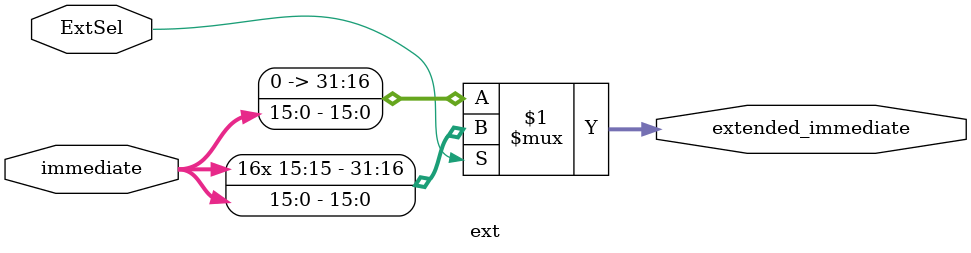
<source format=v>
module ext (
	input [15:0] immediate, 
	input ExtSel, 
	output [31:0] extended_immediate
    );
	assign extended_immediate = (ExtSel)?{{16{immediate[15]}}, immediate[15:0]}
											:{{16{1'b0}}, immediate[15:0]};
endmodule
</source>
